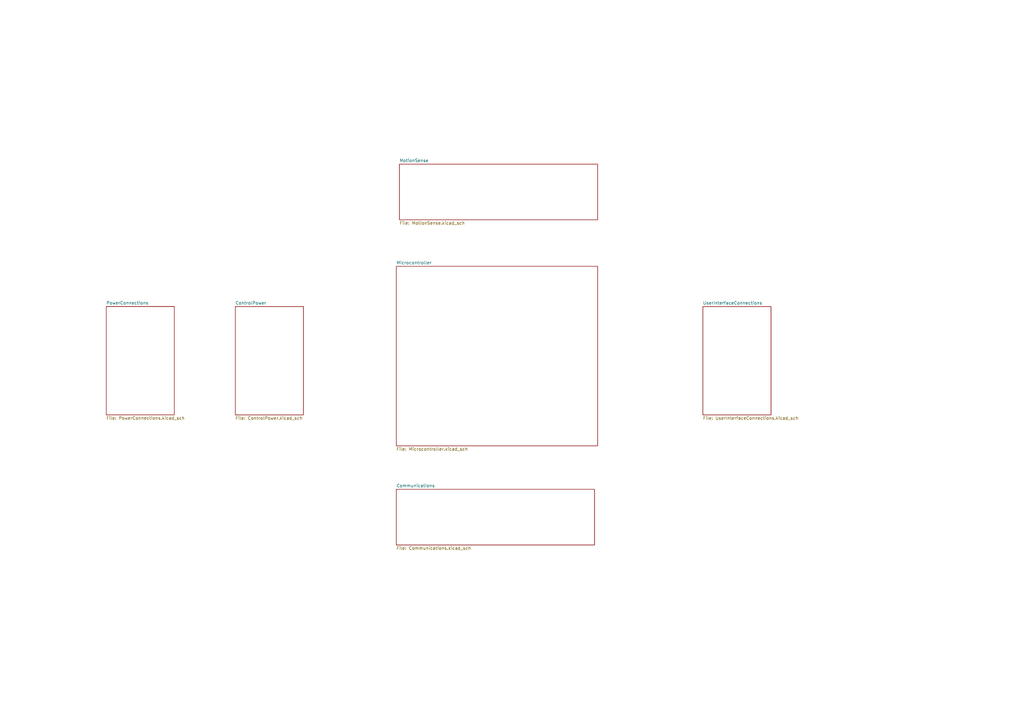
<source format=kicad_sch>
(kicad_sch (version 20211123) (generator eeschema)
  (paper "A3")
  (lib_symbols)
  (sheet (at 288.29 125.73) (size 27.94 44.45) (stroke (width 0.1524))
    (property "Sheet name" "UserInterfaceConnections" (at 288.29 125.0184 0) (effects (justify left bottom)))
    (property "Sheet file" "UserInterfaceConnections.kicad_sch" (at 288.29 170.7646 0) (effects (justify left top)))
  )
  (sheet (at 43.5645 125.7098) (size 27.94 44.45) (stroke (width 0.1524))
    (property "Sheet name" "PowerConnections" (at 43.5645 124.9982 0) (effects (justify left bottom)))
    (property "Sheet file" "PowerConnections.kicad_sch" (at 43.5645 170.7444 0) (effects (justify left top)))
  )
  (sheet (at 96.52 125.73) (size 27.94 44.45) (stroke (width 0.1524))
    (property "Sheet name" "ControlPower" (at 96.52 125.0184 0) (effects (justify left bottom)))
    (property "Sheet file" "ControlPower.kicad_sch" (at 96.52 170.7646 0) (effects (justify left top)))
  )
  (sheet (at 162.56 109.22) (size 82.55 73.66) (stroke (width 0.1524))
    (property "Sheet name" "Microcontroller" (at 162.56 108.5084 0) (effects (justify left bottom)))
    (property "Sheet file" "Microcontroller.kicad_sch" (at 162.56 183.4646 0) (effects (justify left top)))
  )
  (sheet (at 163.83 67.31) (size 81.28 22.86) (stroke (width 0.1524))
    (property "Sheet name" "MotionSense" (at 163.83 66.5984 0) (effects (justify left bottom)))
    (property "Sheet file" "MotionSense.kicad_sch" (at 163.83 90.7546 0) (effects (justify left top)))
  )
  (sheet (at 162.56 200.66) (size 81.28 22.86) (stroke (width 0.1524))
    (property "Sheet name" "Communications" (at 162.56 199.9484 0) (effects (justify left bottom)))
    (property "Sheet file" "Communications.kicad_sch" (at 162.56 224.1046 0) (effects (justify left top)))
  )
)
</source>
